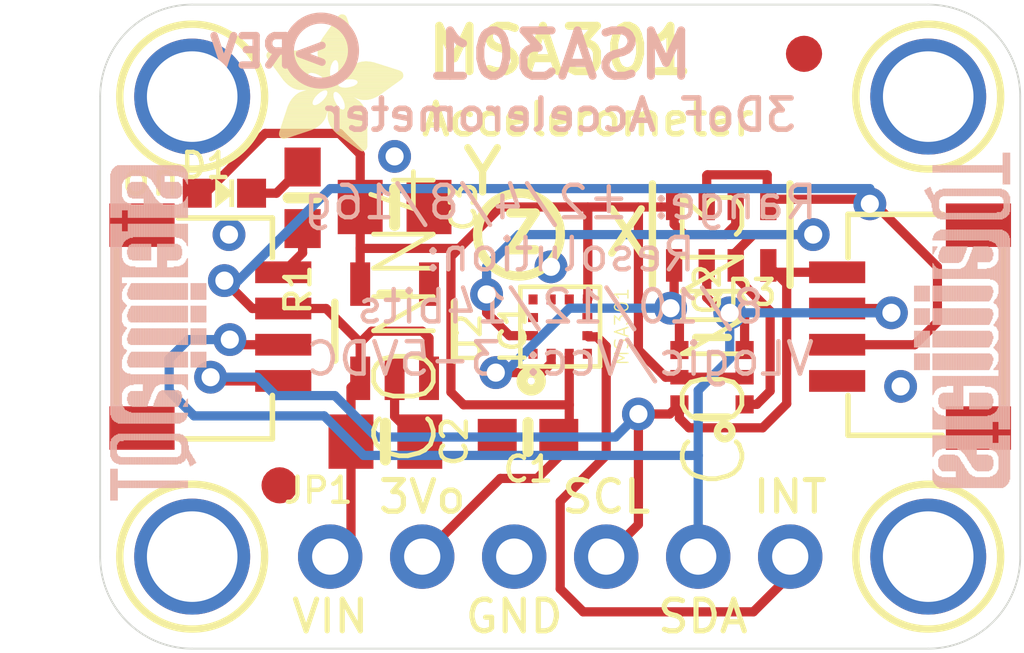
<source format=kicad_pcb>
(kicad_pcb (version 20211014) (generator pcbnew)
  (layers (0 "F.Cu" signal) (31 "B.Cu" signal) (34 "B.Paste" user) (35 "F.Paste" user) (36 "B.SilkS" user "B.Silkscreen") (37 "F.SilkS" user "F.Silkscreen") (38 "B.Mask" user) (39 "F.Mask" user) (44 "Edge.Cuts" user))
  (net 0 "")
  (net 1 "GND")
  (net 2 "SDA")
  (net 3 "SCL")
  (net 4 "SCL_3V")
  (net 5 "SDA_3V")
  (net 6 "3.3V")
  (net 7 "INT")
  (net 8 "VCC")
  (net 9 "N$2")
  (footprint "boardEagle:0805-NO" (layer "F.Cu") (at 143.6751 108.1786)
    (fp_text reference "C2" (at 1.905 -0.762 90) (layer "F.SilkS") (effects (font (size 0.692831 0.692831) (thickness 0.119969)) (justify right)))
    (fp_text value "10uF")
    (pad "1" smd rect (at -0.95 0) (size 1.24 1.5) (layers "F.Cu" "F.Paste" "F.Mask") (net 8 "VCC"))
    (pad "2" smd rect (at 0.95 0) (size 1.24 1.5) (layers "F.Cu" "F.Paste" "F.Mask") (net 1 "GND"))
  )
  (footprint "boardEagle:MOUNTINGHOLE_2.5_PLATED" (layer "F.Cu") (at 158.6611 98.6536)
    (fp_text reference "U$17" hide)
    (fp_text value "MOUNTINGHOLE2.5" hide)
    (pad "P$1" thru_hole circle (at 0 0) (size 3.2 3.2) (drill 2.5) (layers *.Cu *.Mask))
  )
  (footprint "boardEagle:RESPACK_4X0603" (layer "F.Cu") (at 152.9461 102.4636 180)
    (fp_text reference "R3" (at -1.6 -1.6) (layer "F.SilkS") (effects (font (size 0.692831 0.692831) (thickness 0.119969)) (justify right)))
    (fp_text value "10K")
    (pad "1" smd rect (at -1.3 0.85 180) (size 0.45 0.9) (layers "F.Cu" "F.Paste" "F.Mask") (net 8 "VCC"))
    (pad "2" smd rect (at -0.4 0.85 180) (size 0.45 0.9) (layers "F.Cu" "F.Paste" "F.Mask") (net 6 "3.3V"))
    (pad "3" smd rect (at 0.4 0.85 180) (size 0.45 0.9) (layers "F.Cu" "F.Paste" "F.Mask") (net 8 "VCC"))
    (pad "4" smd rect (at 1.3 0.85 180) (size 0.45 0.9) (layers "F.Cu" "F.Paste" "F.Mask") (net 6 "3.3V"))
    (pad "5" smd rect (at 1.3 -0.85 180) (size 0.45 0.9) (layers "F.Cu" "F.Paste" "F.Mask") (net 5 "SDA_3V"))
    (pad "6" smd rect (at 0.4 -0.85 180) (size 0.45 0.9) (layers "F.Cu" "F.Paste" "F.Mask") (net 2 "SDA"))
    (pad "7" smd rect (at -0.4 -0.85 180) (size 0.45 0.9) (layers "F.Cu" "F.Paste" "F.Mask") (net 4 "SCL_3V"))
    (pad "8" smd rect (at -1.3 -0.85 180) (size 0.45 0.9) (layers "F.Cu" "F.Paste" "F.Mask") (net 3 "SCL"))
  )
  (footprint "boardEagle:CHIPLED_0603_NOOUTLINE" (layer "F.Cu") (at 139.2301 101.3206 -90)
    (fp_text reference "D1" (at -0.762 1.27) (layer "F.SilkS") (effects (font (size 0.692831 0.692831) (thickness 0.119969)) (justify left)))
    (fp_text value "GREEN")
    (pad "A" smd rect (at 0 0.75 270) (size 0.8 0.8) (layers "F.Cu" "F.Paste" "F.Mask") (net 6 "3.3V"))
    (pad "C" smd rect (at 0 -0.75 270) (size 0.8 0.8) (layers "F.Cu" "F.Paste" "F.Mask") (net 9 "N$2"))
  )
  (footprint "boardEagle:FIDUCIAL_1MM" (layer "F.Cu") (at 140.7541 109.3851)
    (fp_text reference "FID3" hide)
    (fp_text value "FIDUCIAL_1MM" hide)
    (pad "1" smd roundrect (at 0 0) (size 1 1) (layers "F.Cu" "F.Mask") (roundrect_rratio 0.5))
  )
  (footprint "boardEagle:JST_SH4" (layer "F.Cu") (at 158.6611 105.0036 90)
    (fp_text reference "CONN3" (at -4.6 -5.9 90) (layer "F.SilkS") (effects (font (size 1.647139 1.647139) (thickness 0.130861)) (justify left)))
    (fp_text value "STEMMA_I2C_QT" hide)
    (pad "1" smd rect (at -1.5 -2.514 180) (size 1.55 0.6) (layers "F.Cu" "F.Paste" "F.Mask") (net 1 "GND"))
    (pad "2" smd rect (at -0.5 -2.514 180) (size 1.55 0.6) (layers "F.Cu" "F.Paste" "F.Mask") (net 8 "VCC"))
    (pad "3" smd rect (at 0.5 -2.514 180) (size 1.55 0.6) (layers "F.Cu" "F.Paste" "F.Mask") (net 2 "SDA"))
    (pad "4" smd rect (at 1.5 -2.514 180) (size 1.55 0.6) (layers "F.Cu" "F.Paste" "F.Mask") (net 3 "SCL"))
    (pad "MT1" smd rect (at -2.8 1.386 180) (size 1.8 1.2) (layers "F.Cu" "F.Paste" "F.Mask"))
    (pad "MT2" smd rect (at 2.8 1.386 180) (size 1.8 1.2) (layers "F.Cu" "F.Paste" "F.Mask"))
  )
  (footprint "boardEagle:1X06_ROUND_70" (layer "F.Cu") (at 148.5011 111.3536)
    (fp_text reference "JP1" (at -7.6962 -1.8288) (layer "F.SilkS") (effects (font (size 0.692831 0.692831) (thickness 0.119969)) (justify left)))
    (fp_text value "")
    (pad "1" thru_hole circle (at -6.35 0 90) (size 1.778 1.778) (drill 1) (layers *.Cu *.Mask) (net 8 "VCC"))
    (pad "2" thru_hole circle (at -3.81 0 90) (size 1.778 1.778) (drill 1) (layers *.Cu *.Mask) (net 6 "3.3V"))
    (pad "3" thru_hole circle (at -1.27 0 90) (size 1.778 1.778) (drill 1) (layers *.Cu *.Mask) (net 1 "GND"))
    (pad "4" thru_hole circle (at 1.27 0 90) (size 1.778 1.778) (drill 1) (layers *.Cu *.Mask) (net 3 "SCL"))
    (pad "5" thru_hole circle (at 3.81 0 90) (size 1.778 1.778) (drill 1) (layers *.Cu *.Mask) (net 2 "SDA"))
    (pad "6" thru_hole circle (at 6.35 0 90) (size 1.778 1.778) (drill 1) (layers *.Cu *.Mask) (net 7 "INT"))
  )
  (footprint "boardEagle:SOT363" (layer "F.Cu") (at 152.6921 106.4006 90)
    (fp_text reference "Q2" (at 1.651 -0.127 90) (layer "F.SilkS") (effects (font (size 0.692831 0.692831) (thickness 0.119969)) (justify left)))
    (fp_text value "BSS138")
    (pad "1" smd rect (at -0.75 0.9 90) (size 0.5 0.5) (layers "F.Cu" "F.Paste" "F.Mask") (net 4 "SCL_3V"))
    (pad "2" smd rect (at 0 0.9 90) (size 0.4 0.5) (layers "F.Cu" "F.Paste" "F.Mask") (net 6 "3.3V"))
    (pad "3" smd rect (at 0.75 0.9 90) (size 0.5 0.5) (layers "F.Cu" "F.Paste" "F.Mask") (net 2 "SDA"))
    (pad "4" smd rect (at 0.75 -0.9 90) (size 0.5 0.5) (layers "F.Cu" "F.Paste" "F.Mask") (net 5 "SDA_3V"))
    (pad "5" smd rect (at 0 -0.9 90) (size 0.4 0.5) (layers "F.Cu" "F.Paste" "F.Mask") (net 6 "3.3V"))
    (pad "6" smd rect (at -0.75 -0.9 90) (size 0.5 0.5) (layers "F.Cu" "F.Paste" "F.Mask") (net 3 "SCL"))
  )
  (footprint "boardEagle:MOUNTINGHOLE_2.5_PLATED" (layer "F.Cu") (at 158.6611 111.3536)
    (fp_text reference "U$21" hide)
    (fp_text value "MOUNTINGHOLE2.5" hide)
    (pad "P$1" thru_hole circle (at 0 0) (size 3.2 3.2) (drill 2.5) (layers *.Cu *.Mask))
  )
  (footprint "boardEagle:SOT23-5" (layer "F.Cu") (at 143.9291 105.1306)
    (fp_text reference "U2" (at 2.032 -0.562 90) (layer "F.SilkS") (effects (font (size 0.692831 0.692831) (thickness 0.119969)) (justify right)))
    (fp_text value "AP2112K-3.3")
    (pad "1" smd rect (at -0.95 1.3001) (size 0.55 1.2) (layers "F.Cu" "F.Paste" "F.Mask") (net 8 "VCC"))
    (pad "2" smd rect (at 0 1.3001) (size 0.55 1.2) (layers "F.Cu" "F.Paste" "F.Mask") (net 1 "GND"))
    (pad "3" smd rect (at 0.95 1.3001) (size 0.55 1.2) (layers "F.Cu" "F.Paste" "F.Mask") (net 8 "VCC"))
    (pad "4" smd rect (at 0.95 -1.3001) (size 0.55 1.2) (layers "F.Cu" "F.Paste" "F.Mask"))
    (pad "5" smd rect (at -0.95 -1.3001) (size 0.55 1.2) (layers "F.Cu" "F.Paste" "F.Mask") (net 6 "3.3V"))
  )
  (footprint "boardEagle:0603-NO" (layer "F.Cu") (at 141.3891 101.4476 -90)
    (fp_text reference "R1" (at 1.778 0.127 90) (layer "F.SilkS") (effects (font (size 0.692831 0.692831) (thickness 0.119969)) (justify right)))
    (fp_text value "4.7K")
    (pad "1" smd rect (at -0.85 0 270) (size 1.075 1) (layers "F.Cu" "F.Paste" "F.Mask") (net 9 "N$2"))
    (pad "2" smd rect (at 0.85 0 270) (size 1.075 1) (layers "F.Cu" "F.Paste" "F.Mask") (net 1 "GND"))
  )
  (footprint "boardEagle:FIDUCIAL_1MM" (layer "F.Cu") (at 155.2321 97.4725)
    (fp_text reference "FID4" hide)
    (fp_text value "FIDUCIAL_1MM" hide)
    (pad "1" smd roundrect (at 0 0) (size 1 1) (layers "F.Cu" "F.Mask") (roundrect_rratio 0.5))
  )
  (footprint "boardEagle:0805-NO" (layer "F.Cu") (at 143.9291 101.7016)
    (fp_text reference "C3" (at 1.905 -0.762 90) (layer "F.SilkS") (effects (font (size 0.692831 0.692831) (thickness 0.119969)) (justify right)))
    (fp_text value "10uF")
    (pad "1" smd rect (at -0.95 0) (size 1.24 1.5) (layers "F.Cu" "F.Paste" "F.Mask") (net 6 "3.3V"))
    (pad "2" smd rect (at 0.95 0) (size 1.24 1.5) (layers "F.Cu" "F.Paste" "F.Mask") (net 1 "GND"))
  )
  (footprint "boardEagle:0603-NO" (layer "F.Cu") (at 147.6121 108.0516 180)
    (fp_text reference "C1" (at -0.762 -0.889) (layer "F.SilkS") (effects (font (size 0.692831 0.692831) (thickness 0.119969)) (justify right)))
    (fp_text value "0.1uF")
    (pad "1" smd rect (at -0.85 0 180) (size 1.075 1) (layers "F.Cu" "F.Paste" "F.Mask") (net 6 "3.3V"))
    (pad "2" smd rect (at 0.85 0 180) (size 1.075 1) (layers "F.Cu" "F.Paste" "F.Mask") (net 1 "GND"))
  )
  (footprint "boardEagle:JST_SH4" (layer "F.Cu") (at 138.3411 105.0036 -90)
    (fp_text reference "CONN4" (at -4.6 -5.9 90) (layer "F.SilkS") (effects (font (size 1.647139 1.647139) (thickness 0.130861)) (justify right)))
    (fp_text value "STEMMA_I2C_QT" hide)
    (pad "1" smd rect (at -1.5 -2.514) (size 1.55 0.6) (layers "F.Cu" "F.Paste" "F.Mask") (net 1 "GND"))
    (pad "2" smd rect (at -0.5 -2.514) (size 1.55 0.6) (layers "F.Cu" "F.Paste" "F.Mask") (net 8 "VCC"))
    (pad "3" smd rect (at 0.5 -2.514) (size 1.55 0.6) (layers "F.Cu" "F.Paste" "F.Mask") (net 2 "SDA"))
    (pad "4" smd rect (at 1.5 -2.514) (size 1.55 0.6) (layers "F.Cu" "F.Paste" "F.Mask") (net 3 "SCL"))
    (pad "MT1" smd rect (at -2.8 1.386) (size 1.8 1.2) (layers "F.Cu" "F.Paste" "F.Mask"))
    (pad "MT2" smd rect (at 2.8 1.386) (size 1.8 1.2) (layers "F.Cu" "F.Paste" "F.Mask"))
  )
  (footprint "boardEagle:MOUNTINGHOLE_2.5_PLATED" (layer "F.Cu") (at 138.3411 111.3536)
    (fp_text reference "U$19" hide)
    (fp_text value "MOUNTINGHOLE2.5" hide)
    (pad "P$1" thru_hole circle (at 0 0) (size 3.2 3.2) (drill 2.5) (layers *.Cu *.Mask))
  )
  (footprint "boardEagle:ADAFRUIT_3.5MM" (layer "F.Cu") (at 140.3731 100.1776)
    (fp_text reference "U$22" hide)
    (fp_text value "" hide)
  )
  (footprint "boardEagle:MOUNTINGHOLE_2.5_PLATED" (layer "F.Cu") (at 138.3411 98.6536)
    (fp_text reference "U$1" hide)
    (fp_text value "MOUNTINGHOLE2.5" hide)
    (pad "P$1" thru_hole circle (at 0 0) (size 3.2 3.2) (drill 2.5) (layers *.Cu *.Mask))
  )
  (footprint "boardEagle:LGA12_2X2MM" (layer "F.Cu") (at 148.5011 105.0036 90)
    (fp_text reference "IC1" (at -1.1 -1.3 90) (layer "F.SilkS") (effects (font (size 0.692831 0.692831) (thickness 0.119969)) (justify left)))
    (fp_text value "MSA301" (at -1.1 1.7 90) (layer "F.SilkS") (effects (font (size 0.369824 0.369824) (thickness 0.036576)) (justify left)))
    (pad "1" smd rect (at -0.75 -0.75 90) (size 0.275 0.25) (layers "F.Cu" "F.Paste" "F.Mask"))
    (pad "2" smd rect (at -0.75 -0.25 90) (size 0.275 0.25) (layers "F.Cu" "F.Paste" "F.Mask") (net 5 "SDA_3V"))
    (pad "3" smd rect (at -0.75 0.25 90) (size 0.275 0.25) (layers "F.Cu" "F.Paste" "F.Mask") (net 6 "3.3V"))
    (pad "4" smd rect (at -0.75 0.75 90) (size 0.275 0.25) (layers "F.Cu" "F.Paste" "F.Mask"))
    (pad "5" smd rect (at -0.25 0.75 180) (size 0.275 0.25) (layers "F.Cu" "F.Paste" "F.Mask") (net 7 "INT"))
    (pad "6" smd rect (at 0.25 0.75 180) (size 0.275 0.25) (layers "F.Cu" "F.Paste" "F.Mask"))
    (pad "7" smd rect (at 0.75 0.75 270) (size 0.275 0.25) (layers "F.Cu" "F.Paste" "F.Mask") (net 6 "3.3V"))
    (pad "8" smd rect (at 0.75 0.25 270) (size 0.275 0.25) (layers "F.Cu" "F.Paste" "F.Mask"))
    (pad "9" smd rect (at 0.75 -0.25 270) (size 0.275 0.25) (layers "F.Cu" "F.Paste" "F.Mask") (net 1 "GND"))
    (pad "10" smd rect (at 0.75 -0.75 270) (size 0.275 0.25) (layers "F.Cu" "F.Paste" "F.Mask"))
    (pad "11" smd rect (at 0.25 -0.75) (size 0.275 0.25) (layers "F.Cu" "F.Paste" "F.Mask"))
    (pad "12" smd rect (at -0.25 -0.75) (size 0.275 0.25) (layers "F.Cu" "F.Paste" "F.Mask") (net 4 "SCL_3V"))
  )
  (footprint "boardEagle:STEMMAQT" (layer "B.Cu") (at 138.7221 100.5586 -90)
    (fp_text reference "U$31" hide)
    (fp_text value "" hide)
  )
  (footprint "boardEagle:STEMMAQT" (layer "B.Cu") (at 158.2801 109.4486 90)
    (fp_text reference "U$30" hide)
    (fp_text value "" hide)
  )
  (footprint "boardEagle:PCBFEAT-REV-040" (layer "B.Cu") (at 141.8971 97.3836 180)
    (fp_text reference "U$25" hide)
    (fp_text value "" hide)
    (fp_text user ">REV" (at -0.3556 -0.508) (layer "B.SilkS") (effects (font (size 0.8128 0.8128) (thickness 0.2032)) (justify left bottom mirror)))
  )
  (gr_arc (start 147.3621 103.6076) (mid 146.553877 103.272823) (end 146.2191 102.4646) (layer "F.SilkS") (width 0.254))
  (gr_arc (start 148.5051 102.4646) (mid 148.170323 103.272823) (end 147.3621 103.6076) (layer "F.SilkS") (width 0.254))
  (gr_arc (start 147.3621 101.3216) (mid 148.176188 101.650514) (end 148.5051 102.464602) (layer "F.SilkS") (width 0.254))
  (gr_arc (start 146.2191 102.4646) (mid 146.553877 101.656377) (end 147.3621 101.3216) (layer "F.SilkS") (width 0.254))
  (gr_arc (start 135.8011 98.6536) (mid 136.545049 96.857549) (end 138.3411 96.1136) (layer "Edge.Cuts") (width 0.05))
  (gr_line (start 138.3411 113.8936) (end 158.6611 113.8936) (layer "Edge.Cuts") (width 0.05))
  (gr_arc (start 138.3411 113.8936) (mid 136.545049 113.149651) (end 135.8011 111.3536) (layer "Edge.Cuts") (width 0.05))
  (gr_line (start 161.2011 111.3536) (end 161.2011 98.6536) (layer "Edge.Cuts") (width 0.05))
  (gr_arc (start 158.6611 96.1136) (mid 160.457151 96.857549) (end 161.2011 98.6536) (layer "Edge.Cuts") (width 0.05))
  (gr_line (start 158.6611 96.1136) (end 138.3411 96.1136) (layer "Edge.Cuts") (width 0.05))
  (gr_line (start 135.8011 98.6536) (end 135.8011 111.3536) (layer "Edge.Cuts") (width 0.05))
  (gr_arc (start 161.2011 111.3536) (mid 160.457151 113.149651) (end 158.6611 113.8936) (layer "Edge.Cuts") (width 0.05))
  (gr_text "MSA301" (at 148.5011 97.5106) (layer "B.SilkS") (effects (font (size 1.25222 1.25222) (thickness 0.22098)) (justify mirror)))
  (gr_text "Range: ±2/4/8/16g\nResolution:\n8/10/12/14bits\nVLogic/Vcc: 3-5VDC" (at 148.5011 103.7336) (layer "B.SilkS") (effects (font (size 0.89408 0.89408) (thickness 0.12192)) (justify mirror)))
  (gr_text "3DoF Accelerometer" (at 148.5011 99.1616) (layer "B.SilkS") (effects (font (size 0.8636 0.8636) (thickness 0.1524)) (justify mirror)))
  (gr_text "X" (at 151.0451 101.7026) (layer "F.SilkS") (effects (font (size 1.223264 1.223264) (thickness 0.199136)) (justify right top)))
  (gr_text "on" (at 136.3091 101.4476) (layer "F.SilkS") (effects (font (size 0.89408 0.89408) (thickness 0.12192)) (justify left bottom)))
  (gr_text "SCL" (at 149.7711 109.7026) (layer "F.SilkS") (effects (font (size 0.87376 0.87376) (thickness 0.14224))))
  (gr_text "Accelerometer" (at 149.2631 99.2886) (layer "F.SilkS") (effects (font (size 0.8636 0.8636) (thickness 0.1524))))
  (gr_text "MSA301" (at 148.5011 97.3836) (layer "F.SilkS") (effects (font (size 1.25222 1.25222) (thickness 0.22098))))
  (gr_text "Y" (at 145.7031 101.4466) (layer "F.SilkS") (effects (font (size 1.223264 1.223264) (thickness 0.199136)) (justify left bottom)))
  (gr_text "INT" (at 154.8511 109.7026) (layer "F.SilkS") (effects (font (size 0.87376 0.87376) (thickness 0.14224))))
  (gr_text "SDA" (at 152.4381 113.0046) (layer "F.SilkS") (effects (font (size 0.87376 0.87376) (thickness 0.14224))))
  (gr_text "Z" (at 148.1241 101.8296) (layer "F.SilkS") (effects (font (size 1.016 1.016) (thickness 0.254)) (justify right top)))
  (gr_text "VIN" (at 142.1511 113.0046) (layer "F.SilkS") (effects (font (size 0.87376 0.87376) (thickness 0.14224))))
  (gr_text "GND" (at 147.2311 113.0046) (layer "F.SilkS") (effects (font (size 0.87376 0.87376) (thickness 0.14224))))
  (gr_text "3Vo" (at 144.6911 109.7026) (layer "F.SilkS") (effects (font (size 0.87376 0.87376) (thickness 0.14224))))
  (segment (start 144.6251 108.1786) (end 143.9291 107.4826) (width 0.254) (layer "F.Cu") (net 1))
  (segment (start 141.3891 102.9696) (end 140.8551 103.5036) (width 0.254) (layer "F.Cu") (net 1))
  (segment (start 141.3891 102.2976) (end 141.3891 102.9696) (width 0.254) (layer "F.Cu") (net 1))
  (segment (start 143.9291 106.4307) (end 143.9291 107.4826) (width 0.254) (layer "F.Cu") (net 1))
  (via (at 148.2471 103.3526) (size 0.9064) (drill 0.5) (layers "F.Cu" "B.Cu") (net 1))
  (via (at 139.3571 102.4636) (size 0.9064) (drill 0.5) (layers "F.Cu" "B.Cu") (net 1))
  (via (at 157.8991 106.6546) (size 0.9064) (drill 0.5) (layers "F.Cu" "B.Cu") (net 1))
  (via (at 143.9291 100.3046) (size 0.9064) (drill 0.5) (layers "F.Cu" "B.Cu") (net 1))
  (segment (start 153.5921 104.7616) (end 153.1811 104.7616) (width 0.254) (layer "F.Cu") (net 2))
  (segment (start 139.521312 105.5036) (end 139.379706 105.361994) (width 0.254) (layer "F.Cu") (net 2))
  (segment (start 156.1471 104.5036) (end 157.5261 104.5036) (width 0.254) (layer "F.Cu") (net 2))
  (segment (start 152.9661 104.6226) (end 152.5461 104.2026) (width 0.254) (layer "F.Cu") (net 2))
  (segment (start 152.5461 103.3136) (end 152.5461 104.2026) (width 0.254) (layer "F.Cu") (net 2))
  (segment (start 152.9661 104.6226) (end 153.1811 104.6226) (width 0.254) (layer "F.Cu") (net 2))
  (segment (start 153.5921 104.7616) (end 153.5921 105.6506) (width 0.254) (layer "F.Cu") (net 2))
  (segment (start 157.5261 104.5036) (end 157.6451 104.6226) (width 0.254) (layer "F.Cu") (net 2))
  (segment (start 140.8551 105.5036) (end 139.521312 105.5036) (width 0.254) (layer "F.Cu") (net 2))
  (segment (start 153.1811 104.6226) (end 153.1811 104.7616) (width 0.254) (layer "F.Cu") (net 2))
  (via (at 139.379706 105.361994) (size 0.9064) (drill 0.5) (layers "F.Cu" "B.Cu") (net 2))
  (via (at 157.6451 104.6226) (size 0.9064) (drill 0.5) (layers "F.Cu" "B.Cu") (net 2))
  (via (at 153.1811 104.6226) (size 0.9064) (drill 0.5) (layers "F.Cu" "B.Cu") (net 2))
  (segment (start 153.1811 105.8926) (end 152.3111 106.7626) (width 0.254) (layer "B.Cu") (net 2))
  (segment (start 152.3111 108.5596) (end 152.3111 111.3536) (width 0.254) (layer "B.Cu") (net 2))
  (segment (start 157.6451 104.6226) (end 153.1811 104.6226) (width 0.254) (layer "B.Cu") (net 2))
  (segment (start 153.1811 104.6226) (end 153.1811 105.8926) (width 0.254) (layer "B.Cu") (net 2))
  (segment (start 141.983 107.4674) (end 143.0752 108.5596) (width 0.254) (layer "B.Cu") (net 2))
  (segment (start 143.0752 108.5596) (end 152.3111 108.5596) (width 0.254) (layer "B.Cu") (net 2))
  (segment (start 137.7061 106.7816) (end 138.3919 107.4674) (width 0.254) (layer "B.Cu") (net 2))
  (segment (start 138.3919 107.4674) (end 141.983 107.4674) (width 0.254) (layer "B.Cu") (net 2))
  (segment (start 137.7061 105.8926) (end 137.7061 106.7816) (width 0.254) (layer "B.Cu") (net 2))
  (segment (start 138.236706 105.361994) (end 137.7061 105.8926) (width 0.254) (layer "B.Cu") (net 2))
  (segment (start 152.3111 106.7626) (end 152.3111 108.5596) (width 0.254) (layer "B.Cu") (net 2))
  (segment (start 139.379706 105.361994) (end 138.236706 105.361994) (width 0.254) (layer "B.Cu") (net 2))
  (segment (start 150.6601 107.4166) (end 150.6601 110.4646) (width 0.254) (layer "F.Cu") (net 3))
  (segment (start 154.7541 107.1326) (end 154.0891 107.7976) (width 0.254) (layer "F.Cu") (net 3))
  (segment (start 156.1471 103.5036) (end 154.4361 103.5036) (width 0.254) (layer "F.Cu") (net 3))
  (segment (start 151.7921 107.1506) (end 151.7916 107.1511) (width 0.254) (layer "F.Cu") (net 3))
  (segment (start 154.2461 103.3136) (end 154.7541 103.8216) (width 0.254) (layer "F.Cu") (net 3))
  (segment (start 154.0891 107.7976) (end 152.0571 107.7976) (width 0.254) (layer "F.Cu") (net 3))
  (segment (start 154.7541 103.8216) (end 154.7541 107.1326) (width 0.254) (layer "F.Cu") (net 3))
  (segment (start 140.8551 106.5036) (end 138.9521 106.5036) (width 0.254) (layer "F.Cu") (net 3))
  (segment (start 151.7921 107.1506) (end 151.5261 107.4166) (width 0.254) (layer "F.Cu") (net 3))
  (segment (start 150.6601 110.4646) (end 149.7711 111.3536) (width 0.254) (layer "F.Cu") (net 3))
  (segment (start 152.0571 107.7976) (end 151.7916 107.5321) (width 0.254) (layer "F.Cu") (net 3))
  (segment (start 151.5261 107.4166) (end 150.6601 107.4166) (width 0.254) (layer "F.Cu") (net 3))
  (segment (start 138.9521 106.5036) (end 138.8491 106.4006) (width 0.254) (layer "F.Cu") (net 3))
  (segment (start 154.4361 103.5036) (end 154.2461 103.3136) (width 0.254) (layer "F.Cu") (net 3))
  (segment (start 151.7916 107.5321) (end 151.7916 107.1511) (width 0.254) (layer "F.Cu") (net 3))
  (via (at 138.8491 106.4006) (size 0.9064) (drill 0.5) (layers "F.Cu" "B.Cu") (net 3))
  (via (at 150.6601 107.4166) (size 0.9064) (drill 0.5) (layers "F.Cu" "B.Cu") (net 3))
  (segment (start 142.2781 106.9086) (end 140.650262 106.9086) (width 0.254) (layer "B.Cu") (net 3))
  (segment (start 140.142262 106.4006) (end 140.650262 106.9086) (width 0.254) (layer "B.Cu") (net 3))
  (segment (start 150.0251 108.0516) (end 150.6601 107.4166) (width 0.254) (layer "B.Cu") (net 3))
  (segment (start 138.8491 106.4006) (end 140.142262 106.4006) (width 0.254) (layer "B.Cu") (net 3))
  (segment (start 143.4211 108.0516) (end 142.2781 106.9086) (width 0.254) (layer "B.Cu") (net 3))
  (segment (start 150.0251 108.0516) (end 143.4211 108.0516) (width 0.254) (layer "B.Cu") (net 3))
  (segment (start 147.7511 105.2536) (end 147.1001 105.2536) (width 0.254) (layer "F.Cu") (net 4))
  (segment (start 146.4691 104.6226) (end 146.4691 104.1146) (width 0.254) (layer "F.Cu") (net 4))
  (segment (start 153.8351 102.4636) (end 155.4861 102.4636) (width 0.254) (layer "F.Cu") (net 4))
  (segment (start 154.2969 104.5764) (end 154.2969 106.7816) (width 0.254) (layer "F.Cu") (net 4))
  (segment (start 147.1001 105.2536) (end 146.4691 104.6226) (width 0.254) (layer "F.Cu") (net 4))
  (segment (start 154.2969 106.7816) (end 153.9279 107.1506) (width 0.254) (layer "F.Cu") (net 4))
  (segment (start 153.3461 103.3136) (end 153.3461 103.6256) (width 0.254) (layer "F.Cu") (net 4))
  (segment (start 153.3461 103.3136) (end 153.3461 102.9526) (width 0.254) (layer "F.Cu") (net 4))
  (segment (start 153.3461 103.6256) (end 154.2969 104.5764) (width 0.254) (layer "F.Cu") (net 4))
  (segment (start 153.3461 102.9526) (end 153.8351 102.4636) (width 0.254) (layer "F.Cu") (net 4))
  (segment (start 153.5921 107.1506) (end 153.9279 107.1506) (width 0.254) (layer "F.Cu") (net 4))
  (via (at 146.4691 104.1146) (size 0.9064) (drill 0.5) (layers "F.Cu" "B.Cu") (net 4))
  (via (at 155.4861 102.4636) (size 0.9064) (drill 0.5) (layers "F.Cu" "B.Cu") (net 4))
  (segment (start 155.4861 102.4636) (end 147.3581 102.4636) (width 0.254) (layer "B.Cu") (net 4))
  (segment (start 147.3581 102.4636) (end 146.4691 103.3526) (width 0.254) (layer "B.Cu") (net 4))
  (segment (start 146.4691 103.3526) (end 146.4691 104.1146) (width 0.254) (layer "B.Cu") (net 4))
  (segment (start 148.2511 105.7536) (end 148.2511 106.0156) (width 0.254) (layer "F.Cu") (net 5))
  (segment (start 151.7921 104.6346) (end 151.6461 104.4886) (width 0.254) (layer "F.Cu") (net 5))
  (segment (start 147.9931 106.2736) (end 146.7231 106.2736) (width 0.254) (layer "F.Cu") (net 5))
  (segment (start 151.7921 105.6506) (end 151.7921 104.6346) (width 0.254) (layer "F.Cu") (net 5))
  (segment (start 151.5491 104.4956) (end 151.6461 104.4956) (width 0.254) (layer "F.Cu") (net 5))
  (segment (start 148.2511 106.0156) (end 147.9931 106.2736) (width 0.254) (layer "F.Cu") (net 5))
  (segment (start 151.6461 104.4956) (end 151.6461 104.4886) (width 0.254) (layer "F.Cu") (net 5))
  (segment (start 151.6461 104.4886) (end 151.6461 103.3136) (width 0.254) (layer "F.Cu") (net 5))
  (via (at 151.5491 104.4956) (size 0.9064) (drill 0.5) (layers "F.Cu" "B.Cu") (net 5))
  (via (at 146.7231 106.2736) (size 0.9064) (drill 0.5) (layers "F.Cu" "B.Cu") (net 5))
  (segment (start 148.7551 104.4956) (end 151.5491 104.4956) (width 0.254) (layer "B.Cu") (net 5))
  (segment (start 148.7551 104.4956) (end 146.9771 106.2736) (width 0.254) (layer "B.Cu") (net 5))
  (segment (start 146.7231 106.2736) (end 146.9771 106.2736) (width 0.254) (layer "B.Cu") (net 5))
  (segment (start 153.3461 102.1906) (end 153.0731 102.4636) (width 0.254) (layer "F.Cu") (net 6))
  (segment (start 145.7071 102.8446) (end 145.4843 103.0674) (width 0.254) (layer "F.Cu") (net 6))
  (segment (start 149.2631 101.7016) (end 150.6601 101.7016) (width 0.254) (layer "F.Cu") (net 6))
  (segment (start 146.8501 101.7016) (end 149.2631 101.7016) (width 0.254) (layer "F.Cu") (net 6))
  (segment (start 142.9791 100.2436) (end 142.9791 101.7016) (width 0.254) (layer "F.Cu") (net 6))
  (segment (start 151.6461 102.1796) (end 151.6461 101.7016) (width 0.254) (layer "F.Cu") (net 6))
  (segment (start 142.9791 101.7016) (end 142.9791 102.8446) (width 0.254) (layer "F.Cu") (net 6))
  (segment (start 146.8501 109.1946) (end 147.8661 109.1946) (width 0.254) (layer "F.Cu") (net 6))
  (segment (start 145.7071 102.8446) (end 146.8501 101.7016) (width 0.254) (layer "F.Cu") (net 6))
  (segment (start 151.7921 106.4006) (end 153.5921 106.4006) (width 0.254) (layer "F.Cu") (net 6))
  (segment (start 150.6601 101.7016) (end 151.6461 101.7016) (width 0.254) (layer "F.Cu") (net 6))
  (segment (start 153.0731 102.4636) (end 151.9301 102.4636) (width 0.254) (layer "F.Cu") (net 6))
  (segment (start 138.4961 101.3046) (end 138.720762 101.3046) (width 0.254) (layer "F.Cu") (net 6))
  (segment (start 151.4111 106.4006) (end 151.7921 106.4006) (width 0.254) (layer "F.Cu") (net 6))
  (segment (start 145.4843 103.0674) (end 145.4843 106.8128) (width 0.254) (layer "F.Cu") (net 6))
  (segment (start 140.355762 99.6696) (end 142.4051 99.6696) (width 0.254) (layer "F.Cu") (net 6))
  (segment (start 148.7511 107.1626) (end 148.7511 107.7626) (width 0.254) (layer "F.Cu") (net 6))
  (segment (start 149.2511 104.2536) (end 149.2631 104.2416) (width 0.254) (layer "F.Cu") (net 6))
  (segment (start 138.4801 101.3206) (end 138.4961 101.3046) (width 0.254) (layer "F.Cu") (net 6))
  (segment (start 142.9791 102.8446) (end 142.9791 103.8305) (width 0.254) (layer "F.Cu") (net 6))
  (segment (start 144.6911 111.3536) (end 146.8501 109.1946) (width 0.254) (layer "F.Cu") (net 6))
  (segment (start 150.6601 101.7016) (end 150.6601 105.6496) (width 0.254) (layer "F.Cu") (net 6))
  (segment (start 151.6461 101.7016) (end 151.6461 101.6136) (width 0.254) (layer "F.Cu") (net 6))
  (segment (start 145.7071 102.8446) (end 142.9791 102.8446) (width 0.254) (layer "F.Cu") (net 6))
  (segment (start 149.2631 104.2416) (end 149.2631 101.7016) (width 0.254) (layer "F.Cu") (net 6))
  (segment (start 153.3461 101.6136) (end 153.3461 102.1906) (width 0.254) (layer "F.Cu") (net 6))
  (segment (start 151.9301 102.4636) (end 151.6461 102.1796) (width 0.254) (layer "F.Cu") (net 6))
  (segment (start 138.720762 101.3046) (end 140.355762 99.6696) (width 0.254) (layer "F.Cu") (net 6))
  (segment (start 145.8341 107.1626) (end 148.7511 107.1626) (width 0.254) (layer "F.Cu") (net 6))
  (segment (start 151.4111 106.4006) (end 150.6601 105.6496) (width 0.254) (layer "F.Cu") (net 6))
  (segment (start 148.7511 105.7536) (end 148.7511 107.1626) (width 0.254) (layer "F.Cu") (net 6))
  (segment (start 148.7511 107.7626) (end 148.4621 108.0516) (width 0.254) (layer "F.Cu") (net 6))
  (segment (start 148.4621 108.5986) (end 148.4621 108.0516) (width 0.254) (layer "F.Cu") (net 6))
  (segment (start 142.4051 99.6696) (end 142.9791 100.2436) (width 0.254) (layer "F.Cu") (net 6))
  (segment (start 147.8661 109.1946) (end 148.4621 108.5986) (width 0.254) (layer "F.Cu") (net 6))
  (segment (start 145.4843 106.8128) (end 145.8341 107.1626) (width 0.254) (layer "F.Cu") (net 6))
  (segment (start 153.8351 112.8776) (end 154.8511 111.8616) (width 0.254) (layer "F.Cu") (net 7))
  (segment (start 149.512875 105.2859) (end 149.7711 105.544125) (width 0.254) (layer "F.Cu") (net 7))
  (segment (start 148.5011 109.8296) (end 148.5011 112.2426) (width 0.254) (layer "F.Cu") (net 7))
  (segment (start 154.8511 111.8616) (end 154.8511 111.3536) (width 0.254) (layer "F.Cu") (net 7))
  (segment (start 149.7711 108.5596) (end 148.5011 109.8296) (width 0.254) (layer "F.Cu") (net 7))
  (segment (start 149.2511 105.2536) (end 149.2834 105.2859) (width 0.254) (layer "F.Cu") (net 7))
  (segment (start 149.1361 112.8776) (end 153.8351 112.8776) (width 0.254) (layer "F.Cu") (net 7))
  (segment (start 149.2834 105.2859) (end 149.512875 105.2859) (width 0.254) (layer "F.Cu") (net 7))
  (segment (start 148.5011 112.2426) (end 149.1361 112.8776) (width 0.254) (layer "F.Cu") (net 7))
  (segment (start 149.7711 105.544125) (end 149.7711 108.5596) (width 0.254) (layer "F.Cu") (net 7))
  (segment (start 142.7251 108.1786) (end 142.7251 110.7796) (width 0.254) (layer "F.Cu") (net 8))
  (segment (start 144.691096 105.1306) (end 143.2941 105.1306) (width 0.254) (layer "F.Cu") (net 8))
  (segment (start 152.5461 101.6136) (end 152.5461 100.8316) (width 0.254) (layer "F.Cu") (net 8))
  (segment (start 142.1511 111.3536) (end 142.7251 110.7796) (width 0.254) (layer "F.Cu") (net 8))
  (segment (start 152.5461 100.8316) (end 152.5651 100.8126) (width 0.254) (layer "F.Cu") (net 8))
  (segment (start 158.9151 103.3526) (end 157.1761 101.6136) (width 0.254) (layer "F.Cu") (net 8))
  (segment (start 158.2881 105.5036) (end 158.9151 104.8766) (width 0.254) (layer "F.Cu") (net 8))
  (segment (start 154.2161 101.5836) (end 154.2461 101.6136) (width 0.254) (layer "F.Cu") (net 8))
  (segment (start 144.8791 106.4307) (end 144.8791 105.3186) (width 0.254) (layer "F.Cu") (net 8))
  (segment (start 144.8791 105.3186) (end 144.691096 105.1306) (width 0.254) (layer "F.Cu") (net 8))
  (segment (start 156.1471 105.5036) (end 158.2881 105.5036) (width 0.254) (layer "F.Cu") (net 8))
  (segment (start 142.0371 104.5036) (end 142.9791 105.4456) (width 0.254) (layer "F.Cu") (net 8))
  (segment (start 154.2161 100.8126) (end 154.2161 101.5836) (width 0.254) (layer "F.Cu") (net 8))
  (segment (start 140.0001 104.5036) (end 139.2301 103.7336) (width 0.254) (layer "F.Cu") (net 8))
  (segment (start 154.2461 101.6136) (end 154.3731 101.4866) (width 0.254) (layer "F.Cu") (net 8))
  (segment (start 142.9791 106.4307) (end 142.7251 106.6847) (width 0.254) (layer "F.Cu") (net 8))
  (segment (start 140.8551 104.5036) (end 142.0371 104.5036) (width 0.254) (layer "F.Cu") (net 8))
  (segment (start 143.2941 105.1306) (end 142.9791 105.4456) (width 0.254) (layer "F.Cu") (net 8))
  (segment (start 152.5651 100.8126) (end 154.2161 100.8126) (width 0.254) (layer "F.Cu") (net 8))
  (segment (start 142.9791 105.4456) (end 142.9791 106.4307) (width 0.254) (layer "F.Cu") (net 8))
  (segment (start 140.8551 104.5036) (end 140.0001 104.5036) (width 0.254) (layer "F.Cu") (net 8))
  (segment (start 156.9221 101.4866) (end 154.3731 101.4866) (width 0.254) (layer "F.Cu") (net 8))
  (segment (start 158.9151 104.8766) (end 158.9151 103.3526) (width 0.254) (layer "F.Cu") (net 8))
  (segment (start 157.1761 101.6136) (end 157.0491 101.6136) (width 0.254) (layer "F.Cu") (net 8))
  (segment (start 157.0491 101.6136) (end 156.9221 101.4866) (width 0.254) (layer "F.Cu") (net 8))
  (segment (start 142.7251 106.6847) (end 142.7251 108.1786) (width 0.254) (layer "F.Cu") (net 8))
  (via (at 139.2301 103.7336) (size 0.9064) (drill 0.5) (layers "F.Cu" "B.Cu") (net 8))
  (via (at 157.0491 101.6136) (size 0.9064) (drill 0.5) (layers "F.Cu" "B.Cu") (net 8))
  (segment (start 142.1511 101.1936) (end 139.6111 103.7336) (width 0.254) (layer "B.Cu") (net 8))
  (segment (start 157.0491 101.6136) (end 157.0491 101.1936) (width 0.254) (layer "B.Cu") (net 8))
  (segment (start 139.6111 103.7336) (end 139.2301 103.7336) (width 0.254) (layer "B.Cu") (net 8))
  (segment (start 157.0491 101.1936) (end 142.1511 101.1936) (width 0.254) (layer "B.Cu") (net 8))
  (segment (start 140.6661 101.3206) (end 141.3891 100.5976) (width 0.254) (layer "F.Cu") (net 9))
  (segment (start 139.9801 101.3206) (end 140.6661 101.3206) (width 0.254) (layer "F.Cu") (net 9))
)
</source>
